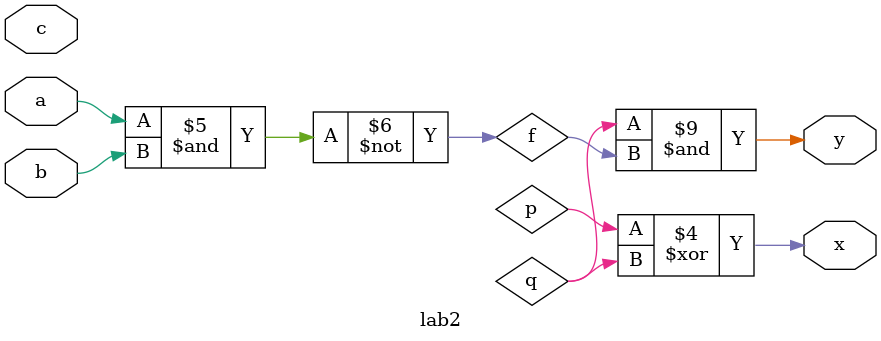
<source format=sv>
module lab2 (output logic x, y,
         input logic a, b, c
);
logic d,e,f,g,h;
always_comb begin 

d = (a||b);
e = ~c;
x = (p^q);
f = ~(a&b);
g = (a|b);
h = (m^e); 
y = (q&f); 
    
end
    
endmodule
</source>
